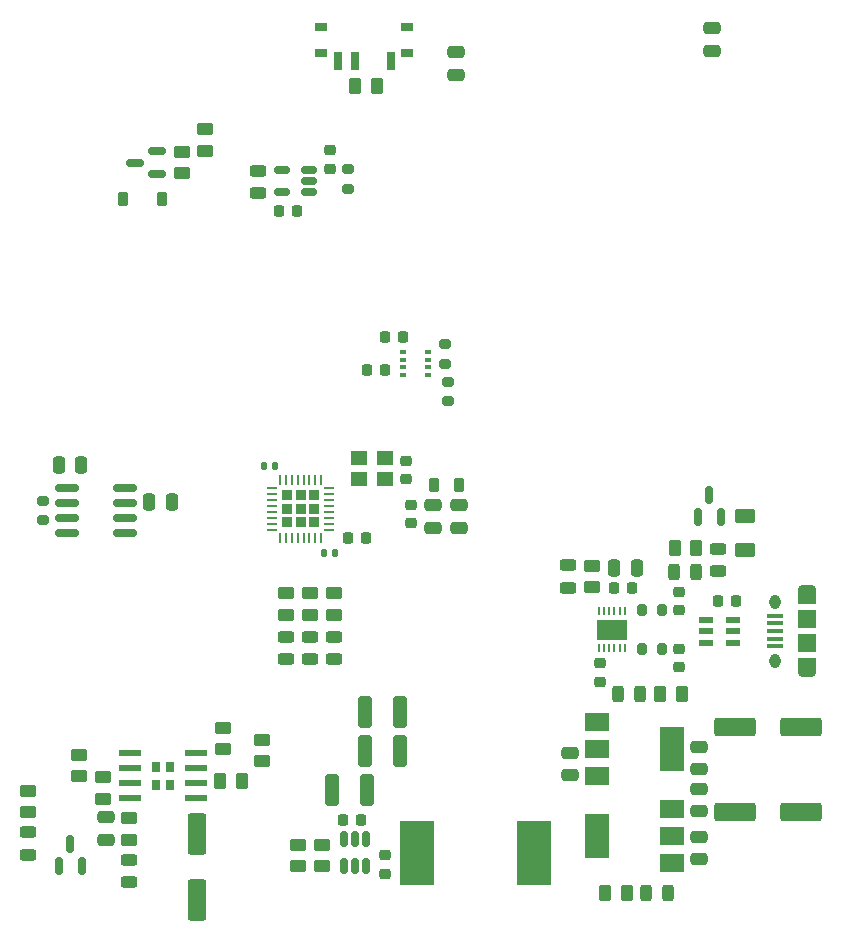
<source format=gbr>
%TF.GenerationSoftware,KiCad,Pcbnew,7.0.6*%
%TF.CreationDate,2023-11-26T00:53:47-07:00*%
%TF.ProjectId,H2 Sensor Board Lucy Rev 1,48322053-656e-4736-9f72-20426f617264,rev?*%
%TF.SameCoordinates,Original*%
%TF.FileFunction,Paste,Top*%
%TF.FilePolarity,Positive*%
%FSLAX46Y46*%
G04 Gerber Fmt 4.6, Leading zero omitted, Abs format (unit mm)*
G04 Created by KiCad (PCBNEW 7.0.6) date 2023-11-26 00:53:47*
%MOMM*%
%LPD*%
G01*
G04 APERTURE LIST*
G04 Aperture macros list*
%AMRoundRect*
0 Rectangle with rounded corners*
0 $1 Rounding radius*
0 $2 $3 $4 $5 $6 $7 $8 $9 X,Y pos of 4 corners*
0 Add a 4 corners polygon primitive as box body*
4,1,4,$2,$3,$4,$5,$6,$7,$8,$9,$2,$3,0*
0 Add four circle primitives for the rounded corners*
1,1,$1+$1,$2,$3*
1,1,$1+$1,$4,$5*
1,1,$1+$1,$6,$7*
1,1,$1+$1,$8,$9*
0 Add four rect primitives between the rounded corners*
20,1,$1+$1,$2,$3,$4,$5,0*
20,1,$1+$1,$4,$5,$6,$7,0*
20,1,$1+$1,$6,$7,$8,$9,0*
20,1,$1+$1,$8,$9,$2,$3,0*%
G04 Aperture macros list end*
%ADD10RoundRect,0.140000X-0.140000X-0.170000X0.140000X-0.170000X0.140000X0.170000X-0.140000X0.170000X0*%
%ADD11R,0.250000X0.650000*%
%ADD12R,2.500000X1.700000*%
%ADD13RoundRect,0.225000X0.225000X0.250000X-0.225000X0.250000X-0.225000X-0.250000X0.225000X-0.250000X0*%
%ADD14RoundRect,0.250000X-0.475000X0.250000X-0.475000X-0.250000X0.475000X-0.250000X0.475000X0.250000X0*%
%ADD15RoundRect,0.225000X-0.250000X0.225000X-0.250000X-0.225000X0.250000X-0.225000X0.250000X0.225000X0*%
%ADD16RoundRect,0.250000X0.475000X-0.250000X0.475000X0.250000X-0.475000X0.250000X-0.475000X-0.250000X0*%
%ADD17RoundRect,0.250000X-0.262500X-0.450000X0.262500X-0.450000X0.262500X0.450000X-0.262500X0.450000X0*%
%ADD18RoundRect,0.250000X0.450000X-0.262500X0.450000X0.262500X-0.450000X0.262500X-0.450000X-0.262500X0*%
%ADD19RoundRect,0.225000X-0.225000X-0.250000X0.225000X-0.250000X0.225000X0.250000X-0.225000X0.250000X0*%
%ADD20RoundRect,0.250000X-0.250000X-0.475000X0.250000X-0.475000X0.250000X0.475000X-0.250000X0.475000X0*%
%ADD21RoundRect,0.232500X0.232500X0.232500X-0.232500X0.232500X-0.232500X-0.232500X0.232500X-0.232500X0*%
%ADD22RoundRect,0.062500X0.375000X0.062500X-0.375000X0.062500X-0.375000X-0.062500X0.375000X-0.062500X0*%
%ADD23RoundRect,0.062500X0.062500X0.375000X-0.062500X0.375000X-0.062500X-0.375000X0.062500X-0.375000X0*%
%ADD24RoundRect,0.200000X0.275000X-0.200000X0.275000X0.200000X-0.275000X0.200000X-0.275000X-0.200000X0*%
%ADD25RoundRect,0.250000X-0.325000X-1.100000X0.325000X-1.100000X0.325000X1.100000X-0.325000X1.100000X0*%
%ADD26RoundRect,0.250000X-0.450000X0.262500X-0.450000X-0.262500X0.450000X-0.262500X0.450000X0.262500X0*%
%ADD27RoundRect,0.150000X0.825000X0.150000X-0.825000X0.150000X-0.825000X-0.150000X0.825000X-0.150000X0*%
%ADD28RoundRect,0.218750X-0.218750X-0.381250X0.218750X-0.381250X0.218750X0.381250X-0.218750X0.381250X0*%
%ADD29RoundRect,0.140000X0.140000X0.170000X-0.140000X0.170000X-0.140000X-0.170000X0.140000X-0.170000X0*%
%ADD30R,1.910000X0.610000*%
%ADD31R,0.723000X0.930000*%
%ADD32RoundRect,0.250000X0.250000X0.475000X-0.250000X0.475000X-0.250000X-0.475000X0.250000X-0.475000X0*%
%ADD33R,0.500000X0.350000*%
%ADD34RoundRect,0.250000X0.262500X0.450000X-0.262500X0.450000X-0.262500X-0.450000X0.262500X-0.450000X0*%
%ADD35RoundRect,0.243750X-0.243750X-0.456250X0.243750X-0.456250X0.243750X0.456250X-0.243750X0.456250X0*%
%ADD36RoundRect,0.225000X0.250000X-0.225000X0.250000X0.225000X-0.250000X0.225000X-0.250000X-0.225000X0*%
%ADD37R,1.200000X0.600000*%
%ADD38RoundRect,0.150000X0.150000X-0.587500X0.150000X0.587500X-0.150000X0.587500X-0.150000X-0.587500X0*%
%ADD39RoundRect,0.243750X0.243750X0.456250X-0.243750X0.456250X-0.243750X-0.456250X0.243750X-0.456250X0*%
%ADD40RoundRect,0.200000X-0.275000X0.200000X-0.275000X-0.200000X0.275000X-0.200000X0.275000X0.200000X0*%
%ADD41RoundRect,0.250000X0.325000X1.100000X-0.325000X1.100000X-0.325000X-1.100000X0.325000X-1.100000X0*%
%ADD42RoundRect,0.150000X0.587500X0.150000X-0.587500X0.150000X-0.587500X-0.150000X0.587500X-0.150000X0*%
%ADD43RoundRect,0.250000X-0.550000X1.500000X-0.550000X-1.500000X0.550000X-1.500000X0.550000X1.500000X0*%
%ADD44RoundRect,0.243750X0.456250X-0.243750X0.456250X0.243750X-0.456250X0.243750X-0.456250X-0.243750X0*%
%ADD45R,1.000000X0.800000*%
%ADD46R,0.700000X1.500000*%
%ADD47RoundRect,0.250000X0.625000X-0.375000X0.625000X0.375000X-0.625000X0.375000X-0.625000X-0.375000X0*%
%ADD48R,1.400000X1.200000*%
%ADD49O,1.550000X0.890000*%
%ADD50O,0.950000X1.250000*%
%ADD51R,1.350000X0.400000*%
%ADD52R,1.550000X1.200000*%
%ADD53R,1.550000X1.500000*%
%ADD54R,2.000000X1.500000*%
%ADD55R,2.000000X3.800000*%
%ADD56RoundRect,0.200000X-0.200000X-0.275000X0.200000X-0.275000X0.200000X0.275000X-0.200000X0.275000X0*%
%ADD57RoundRect,0.243750X-0.456250X0.243750X-0.456250X-0.243750X0.456250X-0.243750X0.456250X0.243750X0*%
%ADD58RoundRect,0.250000X-1.500000X-0.550000X1.500000X-0.550000X1.500000X0.550000X-1.500000X0.550000X0*%
%ADD59RoundRect,0.225000X-0.225000X-0.375000X0.225000X-0.375000X0.225000X0.375000X-0.225000X0.375000X0*%
%ADD60RoundRect,0.150000X0.512500X0.150000X-0.512500X0.150000X-0.512500X-0.150000X0.512500X-0.150000X0*%
%ADD61RoundRect,0.150000X-0.150000X0.512500X-0.150000X-0.512500X0.150000X-0.512500X0.150000X0.512500X0*%
%ADD62R,2.900000X5.400000*%
G04 APERTURE END LIST*
D10*
%TO.C,C7*%
X120043000Y-107950000D03*
X121003000Y-107950000D03*
%TD*%
D11*
%TO.C,U8*%
X150604000Y-120309000D03*
X150154000Y-120309000D03*
X149704000Y-120309000D03*
X149254000Y-120309000D03*
X148804000Y-120309000D03*
X148354000Y-120309000D03*
X148354000Y-123409000D03*
X148804000Y-123409000D03*
X149254000Y-123409000D03*
X149704000Y-123409000D03*
X150154000Y-123409000D03*
X150604000Y-123409000D03*
D12*
X149479000Y-121859000D03*
%TD*%
D13*
%TO.C,C29*%
X131839000Y-97028000D03*
X130289000Y-97028000D03*
%TD*%
D14*
%TO.C,C22*%
X156845000Y-131765000D03*
X156845000Y-133665000D03*
%TD*%
D15*
%TO.C,C18*%
X130252000Y-140957000D03*
X130252000Y-142507000D03*
%TD*%
D16*
%TO.C,C23*%
X156845000Y-137221000D03*
X156845000Y-135321000D03*
%TD*%
D17*
%TO.C,R3*%
X116308500Y-134620000D03*
X118133500Y-134620000D03*
%TD*%
D18*
%TO.C,R2*%
X119888000Y-132992500D03*
X119888000Y-131167500D03*
%TD*%
%TO.C,R5*%
X104394000Y-134262500D03*
X104394000Y-132437500D03*
%TD*%
D19*
%TO.C,C15*%
X126696000Y-137922000D03*
X128246000Y-137922000D03*
%TD*%
D14*
%TO.C,C24*%
X156845000Y-139394000D03*
X156845000Y-141294000D03*
%TD*%
D20*
%TO.C,C13*%
X149672000Y-116586000D03*
X151572000Y-116586000D03*
%TD*%
D21*
%TO.C,U1*%
X124281000Y-112773000D03*
X124281000Y-111623000D03*
X124281000Y-110473000D03*
X123131000Y-112773000D03*
X123131000Y-111623000D03*
X123131000Y-110473000D03*
X121981000Y-112773000D03*
X121981000Y-111623000D03*
X121981000Y-110473000D03*
D22*
X125568500Y-113373000D03*
X125568500Y-112873000D03*
X125568500Y-112373000D03*
X125568500Y-111873000D03*
X125568500Y-111373000D03*
X125568500Y-110873000D03*
X125568500Y-110373000D03*
X125568500Y-109873000D03*
D23*
X124881000Y-109185500D03*
X124381000Y-109185500D03*
X123881000Y-109185500D03*
X123381000Y-109185500D03*
X122881000Y-109185500D03*
X122381000Y-109185500D03*
X121881000Y-109185500D03*
X121381000Y-109185500D03*
D22*
X120693500Y-109873000D03*
X120693500Y-110373000D03*
X120693500Y-110873000D03*
X120693500Y-111373000D03*
X120693500Y-111873000D03*
X120693500Y-112373000D03*
X120693500Y-112873000D03*
X120693500Y-113373000D03*
D23*
X121381000Y-114060500D03*
X121881000Y-114060500D03*
X122381000Y-114060500D03*
X122881000Y-114060500D03*
X123381000Y-114060500D03*
X123881000Y-114060500D03*
X124381000Y-114060500D03*
X124881000Y-114060500D03*
%TD*%
D18*
%TO.C,R24*%
X115062000Y-81303500D03*
X115062000Y-79478500D03*
%TD*%
D24*
%TO.C,R25*%
X127127000Y-84518000D03*
X127127000Y-82868000D03*
%TD*%
D25*
%TO.C,C28*%
X125779000Y-135382000D03*
X128729000Y-135382000D03*
%TD*%
D26*
%TO.C,R7*%
X100076000Y-135485500D03*
X100076000Y-137310500D03*
%TD*%
D27*
%TO.C,U7*%
X108266000Y-113665000D03*
X108266000Y-112395000D03*
X108266000Y-111125000D03*
X108266000Y-109855000D03*
X103316000Y-109855000D03*
X103316000Y-111125000D03*
X103316000Y-112395000D03*
X103316000Y-113665000D03*
%TD*%
D28*
%TO.C,FB1*%
X134400000Y-109601000D03*
X136525000Y-109601000D03*
%TD*%
D29*
%TO.C,C8*%
X126083000Y-115316000D03*
X125123000Y-115316000D03*
%TD*%
D26*
%TO.C,R6*%
X106426000Y-134342500D03*
X106426000Y-136167500D03*
%TD*%
D18*
%TO.C,R16*%
X147828000Y-118260500D03*
X147828000Y-116435500D03*
%TD*%
D30*
%TO.C,U4*%
X108704000Y-132325000D03*
X108704000Y-133595000D03*
X108704000Y-134865000D03*
X108704000Y-136135000D03*
X114264000Y-136135000D03*
X114264000Y-134865000D03*
X114264000Y-133595000D03*
X114264000Y-132325000D03*
D31*
X110881500Y-133455000D03*
X110881500Y-135005000D03*
X112086500Y-133455000D03*
X112086500Y-135005000D03*
%TD*%
D14*
%TO.C,C3*%
X136309000Y-72977000D03*
X136309000Y-74877000D03*
%TD*%
D32*
%TO.C,C5*%
X104563669Y-107934000D03*
X102663669Y-107934000D03*
%TD*%
D15*
%TO.C,C26*%
X155187000Y-118671000D03*
X155187000Y-120221000D03*
%TD*%
D33*
%TO.C,U9*%
X133876000Y-98339000D03*
X133876000Y-98989000D03*
X133876000Y-99639000D03*
X133876000Y-100289000D03*
X131826000Y-100289000D03*
X131826000Y-99639000D03*
X131826000Y-98989000D03*
X131826000Y-98339000D03*
%TD*%
D34*
%TO.C,R19*%
X156614500Y-114932000D03*
X154789500Y-114932000D03*
%TD*%
D35*
%TO.C,D2*%
X150022000Y-127305000D03*
X151897000Y-127305000D03*
%TD*%
D36*
%TO.C,C31*%
X125603000Y-82817000D03*
X125603000Y-81267000D03*
%TD*%
D37*
%TO.C,D13*%
X159766000Y-122936000D03*
X159766000Y-121986000D03*
X159766000Y-121036000D03*
X157466000Y-121036000D03*
X157466000Y-121986000D03*
X157466000Y-122936000D03*
%TD*%
D26*
%TO.C,R23*%
X113108500Y-81383500D03*
X113108500Y-83208500D03*
%TD*%
D38*
%TO.C,D11*%
X156784000Y-112313500D03*
X158684000Y-112313500D03*
X157734000Y-110438500D03*
%TD*%
D26*
%TO.C,R9*%
X122886000Y-140057500D03*
X122886000Y-141882500D03*
%TD*%
D39*
%TO.C,D14*%
X156639500Y-116964000D03*
X154764500Y-116964000D03*
%TD*%
D15*
%TO.C,C10*%
X132461000Y-111305000D03*
X132461000Y-112855000D03*
%TD*%
D40*
%TO.C,R21*%
X135382000Y-97664000D03*
X135382000Y-99314000D03*
%TD*%
D41*
%TO.C,C16*%
X131523000Y-128778000D03*
X128573000Y-128778000D03*
%TD*%
D42*
%TO.C,Q2*%
X110998000Y-83246000D03*
X110998000Y-81346000D03*
X109123000Y-82296000D03*
%TD*%
D18*
%TO.C,R15*%
X121920000Y-120595000D03*
X121920000Y-118770000D03*
%TD*%
D32*
%TO.C,C4*%
X112202000Y-110998000D03*
X110302000Y-110998000D03*
%TD*%
D14*
%TO.C,C25*%
X106680000Y-137734000D03*
X106680000Y-139634000D03*
%TD*%
D43*
%TO.C,C20*%
X114356500Y-139125000D03*
X114356500Y-144725000D03*
%TD*%
D17*
%TO.C,R11*%
X148917500Y-144154000D03*
X150742500Y-144154000D03*
%TD*%
D44*
%TO.C,D8*%
X121920000Y-124303000D03*
X121920000Y-122428000D03*
%TD*%
D34*
%TO.C,R10*%
X155379500Y-127305000D03*
X153554500Y-127305000D03*
%TD*%
D15*
%TO.C,C1*%
X132080000Y-107556000D03*
X132080000Y-109106000D03*
%TD*%
D19*
%TO.C,C14*%
X149627000Y-118298000D03*
X151177000Y-118298000D03*
%TD*%
D45*
%TO.C,SW1*%
X132162000Y-73010000D03*
X132162000Y-70800000D03*
X124862000Y-73010000D03*
X124862000Y-70800000D03*
D46*
X130762000Y-73660000D03*
X127762000Y-73660000D03*
X126262000Y-73660000D03*
%TD*%
D19*
%TO.C,C35*%
X121272000Y-86360000D03*
X122822000Y-86360000D03*
%TD*%
D47*
%TO.C,F1*%
X160782000Y-115062000D03*
X160782000Y-112262000D03*
%TD*%
D16*
%TO.C,C21*%
X145923000Y-134173000D03*
X145923000Y-132273000D03*
%TD*%
D13*
%TO.C,C27*%
X160026000Y-119380000D03*
X158476000Y-119380000D03*
%TD*%
D48*
%TO.C,U2*%
X130259000Y-107354000D03*
X128059000Y-107354000D03*
X128059000Y-109054000D03*
X130259000Y-109054000D03*
%TD*%
D49*
%TO.C,J6*%
X166015000Y-125465000D03*
D50*
X163315000Y-124465000D03*
X163315000Y-119465000D03*
D49*
X166015000Y-118465000D03*
D51*
X163315000Y-123265000D03*
X163315000Y-122615000D03*
X163315000Y-121965000D03*
X163315000Y-121315000D03*
X163315000Y-120665000D03*
D52*
X166015000Y-124865000D03*
D53*
X166015000Y-122965000D03*
X166015000Y-120965000D03*
D52*
X166015000Y-119065000D03*
%TD*%
D39*
%TO.C,D3*%
X154245000Y-144154000D03*
X152370000Y-144154000D03*
%TD*%
D14*
%TO.C,C11*%
X134366000Y-111318000D03*
X134366000Y-113218000D03*
%TD*%
D54*
%TO.C,U3*%
X148234000Y-129653000D03*
X148234000Y-131953000D03*
D55*
X154534000Y-131953000D03*
D54*
X148234000Y-134253000D03*
%TD*%
D38*
%TO.C,Q1*%
X102682000Y-141829000D03*
X104582000Y-141829000D03*
X103632000Y-139954000D03*
%TD*%
D15*
%TO.C,C6*%
X148463000Y-124701000D03*
X148463000Y-126251000D03*
%TD*%
D14*
%TO.C,C2*%
X157988000Y-70932000D03*
X157988000Y-72832000D03*
%TD*%
D56*
%TO.C,R18*%
X152076000Y-120208000D03*
X153726000Y-120208000D03*
%TD*%
D18*
%TO.C,R13*%
X125984000Y-120595000D03*
X125984000Y-118770000D03*
%TD*%
D17*
%TO.C,R1*%
X127738500Y-75819000D03*
X129563500Y-75819000D03*
%TD*%
D13*
%TO.C,C30*%
X130315000Y-99822000D03*
X128765000Y-99822000D03*
%TD*%
D18*
%TO.C,R4*%
X116586000Y-131976500D03*
X116586000Y-130151500D03*
%TD*%
D44*
%TO.C,D4*%
X108641500Y-143237500D03*
X108641500Y-141362500D03*
%TD*%
D36*
%TO.C,C19*%
X155187000Y-125047000D03*
X155187000Y-123497000D03*
%TD*%
D24*
%TO.C,R22*%
X135636000Y-102488000D03*
X135636000Y-100838000D03*
%TD*%
D57*
%TO.C,D12*%
X145796000Y-116410500D03*
X145796000Y-118285500D03*
%TD*%
D19*
%TO.C,C9*%
X127114000Y-114046000D03*
X128664000Y-114046000D03*
%TD*%
D57*
%TO.C,D5*%
X119507000Y-83009500D03*
X119507000Y-84884500D03*
%TD*%
D58*
%TO.C,C34*%
X159887000Y-137287000D03*
X165487000Y-137287000D03*
%TD*%
D44*
%TO.C,D7*%
X123952000Y-124303000D03*
X123952000Y-122428000D03*
%TD*%
D18*
%TO.C,R14*%
X123952000Y-120595000D03*
X123952000Y-118770000D03*
%TD*%
D26*
%TO.C,R8*%
X124918000Y-140057500D03*
X124918000Y-141882500D03*
%TD*%
D44*
%TO.C,D1*%
X100076000Y-140891500D03*
X100076000Y-139016500D03*
%TD*%
D59*
%TO.C,D15*%
X108078000Y-85344000D03*
X111378000Y-85344000D03*
%TD*%
D26*
%TO.C,R12*%
X108641500Y-137831500D03*
X108641500Y-139656500D03*
%TD*%
D58*
%TO.C,C33*%
X159887000Y-130048000D03*
X165487000Y-130048000D03*
%TD*%
D60*
%TO.C,U11*%
X123814000Y-84831000D03*
X123814000Y-83881000D03*
X123814000Y-82931000D03*
X121539000Y-82931000D03*
X121539000Y-84831000D03*
%TD*%
D44*
%TO.C,D6*%
X125984000Y-124303000D03*
X125984000Y-122428000D03*
%TD*%
D41*
%TO.C,C17*%
X131523000Y-132080000D03*
X128573000Y-132080000D03*
%TD*%
D54*
%TO.C,U6*%
X154534000Y-141619000D03*
X154534000Y-139319000D03*
D55*
X148234000Y-139319000D03*
D54*
X154534000Y-137019000D03*
%TD*%
D56*
%TO.C,R17*%
X152076000Y-123510000D03*
X153726000Y-123510000D03*
%TD*%
D14*
%TO.C,C12*%
X136525000Y-111318000D03*
X136525000Y-113218000D03*
%TD*%
D61*
%TO.C,U5*%
X128662000Y-139578500D03*
X127712000Y-139578500D03*
X126762000Y-139578500D03*
X126762000Y-141853500D03*
X127712000Y-141853500D03*
X128662000Y-141853500D03*
%TD*%
D24*
%TO.C,R26*%
X101346000Y-112585000D03*
X101346000Y-110935000D03*
%TD*%
D57*
%TO.C,D9*%
X158496000Y-115010500D03*
X158496000Y-116885500D03*
%TD*%
D62*
%TO.C,L1*%
X132972000Y-140716000D03*
X142872000Y-140716000D03*
%TD*%
M02*

</source>
